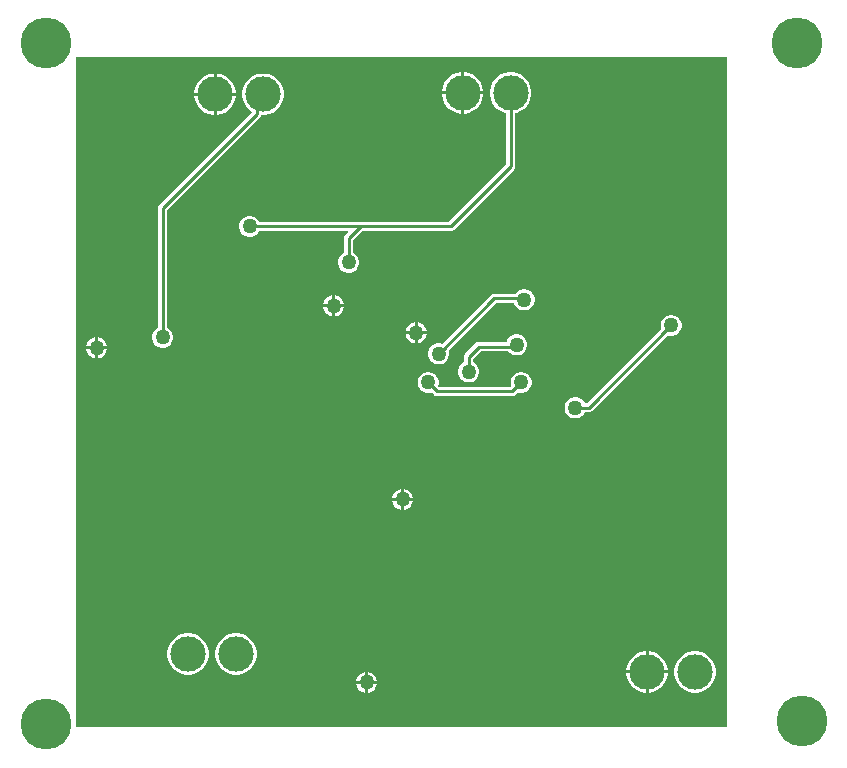
<source format=gbl>
G04*
G04 #@! TF.GenerationSoftware,Altium Limited,Altium Designer,22.1.2 (22)*
G04*
G04 Layer_Physical_Order=2*
G04 Layer_Color=16711680*
%FSLAX25Y25*%
%MOIN*%
G70*
G04*
G04 #@! TF.SameCoordinates,85E22B33-0606-49F9-AEB4-7B2C3894542D*
G04*
G04*
G04 #@! TF.FilePolarity,Positive*
G04*
G01*
G75*
%ADD10C,0.01000*%
%ADD41C,0.16929*%
%ADD42C,0.11811*%
%ADD43C,0.05000*%
G36*
X231500Y0D02*
X14500D01*
Y223500D01*
X231500D01*
Y0D01*
D02*
G37*
%LPC*%
G36*
X144180Y218406D02*
X144000D01*
Y212000D01*
X150406D01*
Y212180D01*
X150140Y213514D01*
X149620Y214771D01*
X148864Y215902D01*
X147902Y216864D01*
X146771Y217620D01*
X145514Y218140D01*
X144180Y218406D01*
D02*
G37*
G36*
X143000D02*
X142820D01*
X141486Y218140D01*
X140229Y217620D01*
X139098Y216864D01*
X138136Y215902D01*
X137380Y214771D01*
X136860Y213514D01*
X136594Y212180D01*
Y212000D01*
X143000D01*
Y218406D01*
D02*
G37*
G36*
X61680Y217905D02*
X61500D01*
Y211500D01*
X67905D01*
Y211680D01*
X67640Y213014D01*
X67120Y214271D01*
X66364Y215402D01*
X65402Y216364D01*
X64271Y217120D01*
X63014Y217640D01*
X61680Y217905D01*
D02*
G37*
G36*
X60500D02*
X60320D01*
X58986Y217640D01*
X57729Y217120D01*
X56598Y216364D01*
X55636Y215402D01*
X54880Y214271D01*
X54360Y213014D01*
X54094Y211680D01*
Y211500D01*
X60500D01*
Y217905D01*
D02*
G37*
G36*
X150406Y211000D02*
X144000D01*
Y204594D01*
X144180D01*
X145514Y204860D01*
X146771Y205380D01*
X147902Y206136D01*
X148864Y207098D01*
X149620Y208229D01*
X150140Y209486D01*
X150406Y210820D01*
Y211000D01*
D02*
G37*
G36*
X143000D02*
X136594D01*
Y210820D01*
X136860Y209486D01*
X137380Y208229D01*
X138136Y207098D01*
X139098Y206136D01*
X140229Y205380D01*
X141486Y204860D01*
X142820Y204594D01*
X143000D01*
Y211000D01*
D02*
G37*
G36*
X67905Y210500D02*
X61500D01*
Y204095D01*
X61680D01*
X63014Y204360D01*
X64271Y204880D01*
X65402Y205636D01*
X66364Y206598D01*
X67120Y207729D01*
X67640Y208986D01*
X67905Y210320D01*
Y210500D01*
D02*
G37*
G36*
X60500D02*
X54094D01*
Y210320D01*
X54360Y208986D01*
X54880Y207729D01*
X55636Y206598D01*
X56598Y205636D01*
X57729Y204880D01*
X58986Y204360D01*
X60320Y204095D01*
X60500D01*
Y210500D01*
D02*
G37*
G36*
X160180Y218406D02*
X158820D01*
X157486Y218140D01*
X156229Y217620D01*
X155098Y216864D01*
X154136Y215902D01*
X153380Y214771D01*
X152860Y213514D01*
X152594Y212180D01*
Y210820D01*
X152860Y209486D01*
X153380Y208229D01*
X154136Y207098D01*
X155098Y206136D01*
X156229Y205380D01*
X157486Y204860D01*
X157971Y204763D01*
Y187634D01*
X138866Y168529D01*
X75659D01*
X75301Y169149D01*
X74649Y169801D01*
X73851Y170262D01*
X72961Y170500D01*
X72039D01*
X71149Y170262D01*
X70351Y169801D01*
X69699Y169149D01*
X69239Y168351D01*
X69000Y167461D01*
Y166539D01*
X69239Y165649D01*
X69699Y164851D01*
X70351Y164199D01*
X71149Y163739D01*
X72039Y163500D01*
X72961D01*
X73851Y163739D01*
X74649Y164199D01*
X75301Y164851D01*
X75659Y165471D01*
X105154D01*
X105346Y165009D01*
X104419Y164081D01*
X104087Y163585D01*
X103971Y163000D01*
Y158159D01*
X103351Y157801D01*
X102699Y157149D01*
X102239Y156351D01*
X102000Y155461D01*
Y154539D01*
X102239Y153649D01*
X102699Y152851D01*
X103351Y152199D01*
X104149Y151739D01*
X105039Y151500D01*
X105961D01*
X106851Y151739D01*
X107649Y152199D01*
X108301Y152851D01*
X108762Y153649D01*
X109000Y154539D01*
Y155461D01*
X108762Y156351D01*
X108301Y157149D01*
X107649Y157801D01*
X107029Y158159D01*
Y162366D01*
X110134Y165471D01*
X139500D01*
X140085Y165587D01*
X140581Y165919D01*
X160581Y185919D01*
X160913Y186415D01*
X161029Y187000D01*
Y204763D01*
X161514Y204860D01*
X162771Y205380D01*
X163902Y206136D01*
X164864Y207098D01*
X165620Y208229D01*
X166140Y209486D01*
X166405Y210820D01*
Y212180D01*
X166140Y213514D01*
X165620Y214771D01*
X164864Y215902D01*
X163902Y216864D01*
X162771Y217620D01*
X161514Y218140D01*
X160180Y218406D01*
D02*
G37*
G36*
X101000Y143990D02*
Y141000D01*
X103990D01*
X103761Y141851D01*
X103301Y142649D01*
X102649Y143301D01*
X101851Y143762D01*
X101000Y143990D01*
D02*
G37*
G36*
X100000D02*
X99149Y143762D01*
X98351Y143301D01*
X97699Y142649D01*
X97238Y141851D01*
X97010Y141000D01*
X100000D01*
Y143990D01*
D02*
G37*
G36*
X164461Y146000D02*
X163539D01*
X162649Y145762D01*
X161851Y145301D01*
X161199Y144649D01*
X161130Y144529D01*
X154000D01*
X153415Y144413D01*
X152919Y144081D01*
X136652Y127815D01*
X135961Y128000D01*
X135039D01*
X134149Y127761D01*
X133351Y127301D01*
X132699Y126649D01*
X132238Y125851D01*
X132000Y124961D01*
Y124039D01*
X132238Y123149D01*
X132699Y122351D01*
X133351Y121699D01*
X134149Y121239D01*
X135039Y121000D01*
X135961D01*
X136851Y121239D01*
X137649Y121699D01*
X138301Y122351D01*
X138761Y123149D01*
X139000Y124039D01*
Y124961D01*
X138815Y125652D01*
X154633Y141471D01*
X160652D01*
X160739Y141149D01*
X161199Y140351D01*
X161851Y139699D01*
X162649Y139239D01*
X163539Y139000D01*
X164461D01*
X165351Y139239D01*
X166149Y139699D01*
X166801Y140351D01*
X167262Y141149D01*
X167500Y142039D01*
Y142961D01*
X167262Y143851D01*
X166801Y144649D01*
X166149Y145301D01*
X165351Y145762D01*
X164461Y146000D01*
D02*
G37*
G36*
X103990Y140000D02*
X101000D01*
Y137011D01*
X101851Y137239D01*
X102649Y137699D01*
X103301Y138351D01*
X103761Y139149D01*
X103990Y140000D01*
D02*
G37*
G36*
X100000D02*
X97010D01*
X97238Y139149D01*
X97699Y138351D01*
X98351Y137699D01*
X99149Y137239D01*
X100000Y137011D01*
Y140000D01*
D02*
G37*
G36*
X128500Y134990D02*
Y132000D01*
X131490D01*
X131262Y132851D01*
X130801Y133649D01*
X130149Y134301D01*
X129351Y134762D01*
X128500Y134990D01*
D02*
G37*
G36*
X127500D02*
X126649Y134762D01*
X125851Y134301D01*
X125199Y133649D01*
X124739Y132851D01*
X124511Y132000D01*
X127500D01*
Y134990D01*
D02*
G37*
G36*
X213461Y137500D02*
X212539D01*
X211649Y137261D01*
X210851Y136801D01*
X210199Y136149D01*
X209738Y135351D01*
X209500Y134461D01*
Y133539D01*
X209685Y132848D01*
X184866Y108029D01*
X184221D01*
X183864Y108649D01*
X183212Y109301D01*
X182414Y109762D01*
X181524Y110000D01*
X180602D01*
X179712Y109762D01*
X178914Y109301D01*
X178262Y108649D01*
X177802Y107851D01*
X177563Y106961D01*
Y106039D01*
X177802Y105149D01*
X178262Y104351D01*
X178914Y103699D01*
X179712Y103238D01*
X180602Y103000D01*
X181524D01*
X182414Y103238D01*
X183212Y103699D01*
X183864Y104351D01*
X184221Y104971D01*
X185500D01*
X186085Y105087D01*
X186581Y105419D01*
X211848Y130685D01*
X212539Y130500D01*
X213461D01*
X214351Y130738D01*
X215149Y131199D01*
X215801Y131851D01*
X216262Y132649D01*
X216500Y133539D01*
Y134461D01*
X216262Y135351D01*
X215801Y136149D01*
X215149Y136801D01*
X214351Y137261D01*
X213461Y137500D01*
D02*
G37*
G36*
X131490Y131000D02*
X128500D01*
Y128010D01*
X129351Y128238D01*
X130149Y128699D01*
X130801Y129351D01*
X131262Y130149D01*
X131490Y131000D01*
D02*
G37*
G36*
X127500D02*
X124511D01*
X124739Y130149D01*
X125199Y129351D01*
X125851Y128699D01*
X126649Y128238D01*
X127500Y128010D01*
Y131000D01*
D02*
G37*
G36*
X22000Y129990D02*
Y127000D01*
X24990D01*
X24761Y127851D01*
X24301Y128649D01*
X23649Y129301D01*
X22851Y129762D01*
X22000Y129990D01*
D02*
G37*
G36*
X21000D02*
X20149Y129762D01*
X19351Y129301D01*
X18699Y128649D01*
X18238Y127851D01*
X18011Y127000D01*
X21000D01*
Y129990D01*
D02*
G37*
G36*
X77680Y217905D02*
X76320D01*
X74986Y217640D01*
X73729Y217120D01*
X72598Y216364D01*
X71636Y215402D01*
X70880Y214271D01*
X70360Y213014D01*
X70095Y211680D01*
Y210320D01*
X70360Y208986D01*
X70880Y207729D01*
X71636Y206598D01*
X72598Y205636D01*
X73095Y205304D01*
X73144Y204807D01*
X42419Y174081D01*
X42087Y173585D01*
X41971Y173000D01*
Y133159D01*
X41351Y132801D01*
X40699Y132149D01*
X40238Y131351D01*
X40000Y130461D01*
Y129539D01*
X40238Y128649D01*
X40699Y127851D01*
X41351Y127199D01*
X42149Y126739D01*
X43039Y126500D01*
X43961D01*
X44851Y126739D01*
X45649Y127199D01*
X46301Y127851D01*
X46762Y128649D01*
X47000Y129539D01*
Y130461D01*
X46762Y131351D01*
X46301Y132149D01*
X45649Y132801D01*
X45029Y133159D01*
Y172366D01*
X76095Y203432D01*
X76427Y203928D01*
X76460Y204095D01*
X77680D01*
X79014Y204360D01*
X80271Y204880D01*
X81402Y205636D01*
X82364Y206598D01*
X83120Y207729D01*
X83640Y208986D01*
X83906Y210320D01*
Y211680D01*
X83640Y213014D01*
X83120Y214271D01*
X82364Y215402D01*
X81402Y216364D01*
X80271Y217120D01*
X79014Y217640D01*
X77680Y217905D01*
D02*
G37*
G36*
X161961Y131000D02*
X161039D01*
X160149Y130762D01*
X159351Y130301D01*
X158699Y129649D01*
X158238Y128851D01*
X158117Y128397D01*
X148867D01*
X148282Y128280D01*
X147786Y127949D01*
X144419Y124581D01*
X144087Y124085D01*
X143971Y123500D01*
Y121659D01*
X143351Y121301D01*
X142699Y120649D01*
X142238Y119851D01*
X142000Y118961D01*
Y118039D01*
X142238Y117149D01*
X142699Y116351D01*
X143351Y115699D01*
X144149Y115238D01*
X145039Y115000D01*
X145961D01*
X146851Y115238D01*
X147649Y115699D01*
X148301Y116351D01*
X148761Y117149D01*
X149000Y118039D01*
Y118961D01*
X148761Y119851D01*
X148301Y120649D01*
X147649Y121301D01*
X147029Y121659D01*
Y122866D01*
X149501Y125338D01*
X158712D01*
X159351Y124699D01*
X160149Y124239D01*
X161039Y124000D01*
X161961D01*
X162851Y124239D01*
X163649Y124699D01*
X164301Y125351D01*
X164761Y126149D01*
X165000Y127039D01*
Y127961D01*
X164761Y128851D01*
X164301Y129649D01*
X163649Y130301D01*
X162851Y130762D01*
X161961Y131000D01*
D02*
G37*
G36*
X24990Y126000D02*
X22000D01*
Y123011D01*
X22851Y123239D01*
X23649Y123699D01*
X24301Y124351D01*
X24761Y125149D01*
X24990Y126000D01*
D02*
G37*
G36*
X21000D02*
X18011D01*
X18238Y125149D01*
X18699Y124351D01*
X19351Y123699D01*
X20149Y123239D01*
X21000Y123011D01*
Y126000D01*
D02*
G37*
G36*
X163461Y118500D02*
X162539D01*
X161649Y118262D01*
X160851Y117801D01*
X160199Y117149D01*
X159739Y116351D01*
X159500Y115461D01*
Y114539D01*
X159670Y113903D01*
X159347Y113529D01*
X135652D01*
X135330Y113903D01*
X135500Y114539D01*
Y115461D01*
X135261Y116351D01*
X134801Y117149D01*
X134149Y117801D01*
X133351Y118262D01*
X132461Y118500D01*
X131539D01*
X130649Y118262D01*
X129851Y117801D01*
X129199Y117149D01*
X128738Y116351D01*
X128500Y115461D01*
Y114539D01*
X128738Y113649D01*
X129199Y112851D01*
X129851Y112199D01*
X130649Y111739D01*
X131539Y111500D01*
X132461D01*
X133152Y111685D01*
X133919Y110919D01*
X134415Y110587D01*
X135000Y110471D01*
X160000D01*
X160585Y110587D01*
X161081Y110919D01*
X161848Y111685D01*
X162539Y111500D01*
X163461D01*
X164351Y111739D01*
X165149Y112199D01*
X165801Y112851D01*
X166261Y113649D01*
X166500Y114539D01*
Y115461D01*
X166261Y116351D01*
X165801Y117149D01*
X165149Y117801D01*
X164351Y118262D01*
X163461Y118500D01*
D02*
G37*
G36*
X124000Y79489D02*
Y76500D01*
X126989D01*
X126761Y77351D01*
X126301Y78149D01*
X125649Y78801D01*
X124851Y79261D01*
X124000Y79489D01*
D02*
G37*
G36*
X123000D02*
X122149Y79261D01*
X121351Y78801D01*
X120699Y78149D01*
X120238Y77351D01*
X120010Y76500D01*
X123000D01*
Y79489D01*
D02*
G37*
G36*
X126989Y75500D02*
X124000D01*
Y72510D01*
X124851Y72738D01*
X125649Y73199D01*
X126301Y73851D01*
X126761Y74649D01*
X126989Y75500D01*
D02*
G37*
G36*
X123000D02*
X120010D01*
X120238Y74649D01*
X120699Y73851D01*
X121351Y73199D01*
X122149Y72738D01*
X123000Y72510D01*
Y75500D01*
D02*
G37*
G36*
X205680Y25405D02*
X205500D01*
Y19000D01*
X211906D01*
Y19180D01*
X211640Y20514D01*
X211120Y21771D01*
X210364Y22902D01*
X209402Y23864D01*
X208271Y24620D01*
X207014Y25140D01*
X205680Y25405D01*
D02*
G37*
G36*
X204500D02*
X204320D01*
X202986Y25140D01*
X201729Y24620D01*
X200598Y23864D01*
X199636Y22902D01*
X198880Y21771D01*
X198360Y20514D01*
X198094Y19180D01*
Y19000D01*
X204500D01*
Y25405D01*
D02*
G37*
G36*
X68680Y31405D02*
X67320D01*
X65986Y31140D01*
X64729Y30620D01*
X63598Y29864D01*
X62636Y28902D01*
X61880Y27771D01*
X61360Y26514D01*
X61094Y25180D01*
Y23820D01*
X61360Y22486D01*
X61880Y21229D01*
X62636Y20098D01*
X63598Y19136D01*
X64729Y18380D01*
X65986Y17860D01*
X67320Y17594D01*
X68680D01*
X70014Y17860D01*
X71271Y18380D01*
X72402Y19136D01*
X73364Y20098D01*
X74120Y21229D01*
X74640Y22486D01*
X74906Y23820D01*
Y25180D01*
X74640Y26514D01*
X74120Y27771D01*
X73364Y28902D01*
X72402Y29864D01*
X71271Y30620D01*
X70014Y31140D01*
X68680Y31405D01*
D02*
G37*
G36*
X52680D02*
X51320D01*
X49986Y31140D01*
X48729Y30620D01*
X47598Y29864D01*
X46636Y28902D01*
X45880Y27771D01*
X45360Y26514D01*
X45094Y25180D01*
Y23820D01*
X45360Y22486D01*
X45880Y21229D01*
X46636Y20098D01*
X47598Y19136D01*
X48729Y18380D01*
X49986Y17860D01*
X51320Y17594D01*
X52680D01*
X54014Y17860D01*
X55271Y18380D01*
X56402Y19136D01*
X57364Y20098D01*
X58120Y21229D01*
X58640Y22486D01*
X58906Y23820D01*
Y25180D01*
X58640Y26514D01*
X58120Y27771D01*
X57364Y28902D01*
X56402Y29864D01*
X55271Y30620D01*
X54014Y31140D01*
X52680Y31405D01*
D02*
G37*
G36*
X112000Y18489D02*
Y15500D01*
X114989D01*
X114761Y16351D01*
X114301Y17149D01*
X113649Y17801D01*
X112851Y18261D01*
X112000Y18489D01*
D02*
G37*
G36*
X111000D02*
X110149Y18261D01*
X109351Y17801D01*
X108699Y17149D01*
X108238Y16351D01*
X108010Y15500D01*
X111000D01*
Y18489D01*
D02*
G37*
G36*
X221680Y25405D02*
X220320D01*
X218986Y25140D01*
X217729Y24620D01*
X216598Y23864D01*
X215636Y22902D01*
X214880Y21771D01*
X214360Y20514D01*
X214094Y19180D01*
Y17820D01*
X214360Y16486D01*
X214880Y15229D01*
X215636Y14098D01*
X216598Y13136D01*
X217729Y12380D01*
X218986Y11860D01*
X220320Y11594D01*
X221680D01*
X223014Y11860D01*
X224271Y12380D01*
X225402Y13136D01*
X226364Y14098D01*
X227120Y15229D01*
X227640Y16486D01*
X227906Y17820D01*
Y19180D01*
X227640Y20514D01*
X227120Y21771D01*
X226364Y22902D01*
X225402Y23864D01*
X224271Y24620D01*
X223014Y25140D01*
X221680Y25405D01*
D02*
G37*
G36*
X211906Y18000D02*
X205500D01*
Y11594D01*
X205680D01*
X207014Y11860D01*
X208271Y12380D01*
X209402Y13136D01*
X210364Y14098D01*
X211120Y15229D01*
X211640Y16486D01*
X211906Y17820D01*
Y18000D01*
D02*
G37*
G36*
X204500D02*
X198094D01*
Y17820D01*
X198360Y16486D01*
X198880Y15229D01*
X199636Y14098D01*
X200598Y13136D01*
X201729Y12380D01*
X202986Y11860D01*
X204320Y11594D01*
X204500D01*
Y18000D01*
D02*
G37*
G36*
X114989Y14500D02*
X112000D01*
Y11511D01*
X112851Y11738D01*
X113649Y12199D01*
X114301Y12851D01*
X114761Y13649D01*
X114989Y14500D01*
D02*
G37*
G36*
X111000D02*
X108010D01*
X108238Y13649D01*
X108699Y12851D01*
X109351Y12199D01*
X110149Y11738D01*
X111000Y11511D01*
Y14500D01*
D02*
G37*
%LPD*%
D10*
X109500Y167000D02*
X139500D01*
X72500D02*
X109500D01*
X105500Y163000D02*
X109500Y167000D01*
X105500Y155000D02*
Y163000D01*
X154000Y143000D02*
X163500D01*
X164000Y142500D01*
X135500Y124500D02*
X154000Y143000D01*
X135000Y112000D02*
X160000D01*
X163000Y115000D01*
X132000D02*
X135000Y112000D01*
X148867Y126867D02*
X160867D01*
X161500Y127500D01*
X145500Y123500D02*
X148867Y126867D01*
X145500Y118500D02*
Y123500D01*
X181500Y106500D02*
X185500D01*
X213000Y134000D01*
X75014Y209014D02*
X77000Y211000D01*
X43500Y173000D02*
X75014Y204514D01*
Y209014D01*
X43500Y130000D02*
Y173000D01*
X159500Y187000D02*
Y211500D01*
X139500Y167000D02*
X159500Y187000D01*
D41*
X255000Y228000D02*
D03*
X4500D02*
D03*
Y1000D02*
D03*
X256500Y2000D02*
D03*
D42*
X221000Y18500D02*
D03*
X205000D02*
D03*
X159500Y211500D02*
D03*
X143500D02*
D03*
X77000Y211000D02*
D03*
X61000D02*
D03*
X52000Y24500D02*
D03*
X68000D02*
D03*
D43*
X100500Y140500D02*
D03*
X105500Y155000D02*
D03*
X164000Y142500D02*
D03*
X163000Y115000D02*
D03*
X132000D02*
D03*
X135500Y124500D02*
D03*
X161500Y127500D02*
D03*
X145500Y118500D02*
D03*
X128000Y131500D02*
D03*
X123500Y76000D02*
D03*
X213000Y134000D02*
D03*
X181063Y106500D02*
D03*
X72500Y167000D02*
D03*
X43500Y130000D02*
D03*
X111500Y15000D02*
D03*
X21500Y126500D02*
D03*
M02*

</source>
